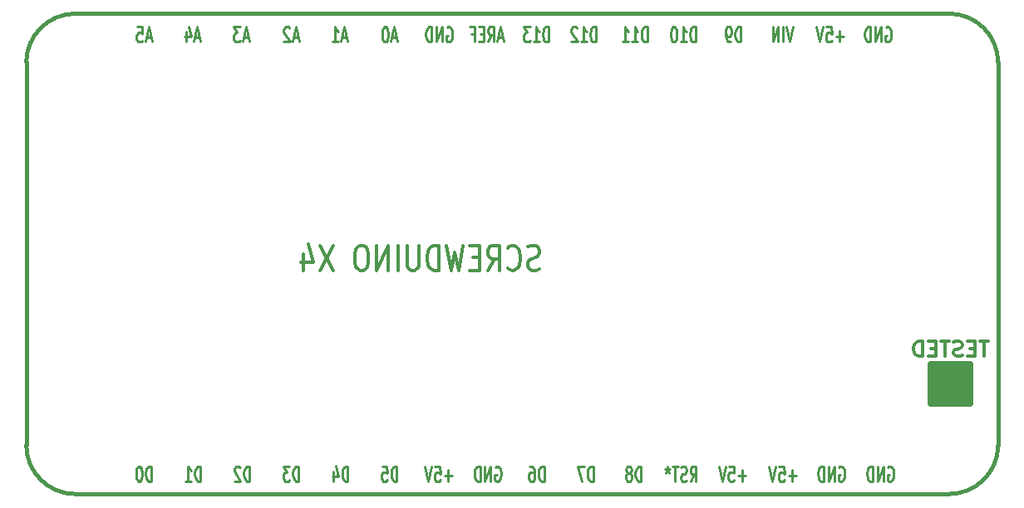
<source format=gbo>
G04 #@! TF.FileFunction,Legend,Bot*
%FSLAX46Y46*%
G04 Gerber Fmt 4.6, Leading zero omitted, Abs format (unit mm)*
G04 Created by KiCad (PCBNEW (after 2015-mar-04 BZR unknown)-product) date 7/16/2015 4:58:02 PM*
%MOMM*%
G01*
G04 APERTURE LIST*
%ADD10C,0.150000*%
%ADD11C,0.381000*%
%ADD12C,0.342900*%
%ADD13C,0.254000*%
%ADD14C,0.650000*%
%ADD15C,0.304800*%
G04 APERTURE END LIST*
D10*
D11*
X92474000Y-79340000D02*
X181474000Y-79340000D01*
X87474000Y-123340000D02*
X87474000Y-84340000D01*
X181474000Y-128340000D02*
X92474000Y-128340000D01*
X186474000Y-84340000D02*
X186474000Y-123340000D01*
X87474000Y-123340000D02*
G75*
G03X92474000Y-128340000I5000000J0D01*
G01*
X181474000Y-128340000D02*
G75*
G03X186474000Y-123340000I0J5000000D01*
G01*
X186474000Y-84340000D02*
G75*
G03X181474000Y-79340000I-5000000J0D01*
G01*
X92474000Y-79340000D02*
G75*
G03X87474000Y-84340000I0J-5000000D01*
G01*
D12*
X139730237Y-105422095D02*
X139439952Y-105543048D01*
X138956142Y-105543048D01*
X138762618Y-105422095D01*
X138665856Y-105301143D01*
X138569095Y-105059238D01*
X138569095Y-104817333D01*
X138665856Y-104575429D01*
X138762618Y-104454476D01*
X138956142Y-104333524D01*
X139343190Y-104212571D01*
X139536714Y-104091619D01*
X139633475Y-103970667D01*
X139730237Y-103728762D01*
X139730237Y-103486857D01*
X139633475Y-103244952D01*
X139536714Y-103124000D01*
X139343190Y-103003048D01*
X138859380Y-103003048D01*
X138569095Y-103124000D01*
X136537095Y-105301143D02*
X136633857Y-105422095D01*
X136924142Y-105543048D01*
X137117666Y-105543048D01*
X137407952Y-105422095D01*
X137601476Y-105180190D01*
X137698237Y-104938286D01*
X137794999Y-104454476D01*
X137794999Y-104091619D01*
X137698237Y-103607810D01*
X137601476Y-103365905D01*
X137407952Y-103124000D01*
X137117666Y-103003048D01*
X136924142Y-103003048D01*
X136633857Y-103124000D01*
X136537095Y-103244952D01*
X134505095Y-105543048D02*
X135182428Y-104333524D01*
X135666237Y-105543048D02*
X135666237Y-103003048D01*
X134892142Y-103003048D01*
X134698618Y-103124000D01*
X134601857Y-103244952D01*
X134505095Y-103486857D01*
X134505095Y-103849714D01*
X134601857Y-104091619D01*
X134698618Y-104212571D01*
X134892142Y-104333524D01*
X135666237Y-104333524D01*
X133634237Y-104212571D02*
X132956904Y-104212571D01*
X132666618Y-105543048D02*
X133634237Y-105543048D01*
X133634237Y-103003048D01*
X132666618Y-103003048D01*
X131989285Y-103003048D02*
X131505476Y-105543048D01*
X131118428Y-103728762D01*
X130731381Y-105543048D01*
X130247571Y-103003048D01*
X129473475Y-105543048D02*
X129473475Y-103003048D01*
X128989666Y-103003048D01*
X128699380Y-103124000D01*
X128505856Y-103365905D01*
X128409095Y-103607810D01*
X128312333Y-104091619D01*
X128312333Y-104454476D01*
X128409095Y-104938286D01*
X128505856Y-105180190D01*
X128699380Y-105422095D01*
X128989666Y-105543048D01*
X129473475Y-105543048D01*
X127441475Y-103003048D02*
X127441475Y-105059238D01*
X127344714Y-105301143D01*
X127247952Y-105422095D01*
X127054428Y-105543048D01*
X126667380Y-105543048D01*
X126473856Y-105422095D01*
X126377095Y-105301143D01*
X126280333Y-105059238D01*
X126280333Y-103003048D01*
X125312713Y-105543048D02*
X125312713Y-103003048D01*
X124345094Y-105543048D02*
X124345094Y-103003048D01*
X123183952Y-105543048D01*
X123183952Y-103003048D01*
X121829285Y-103003048D02*
X121442237Y-103003048D01*
X121248713Y-103124000D01*
X121055190Y-103365905D01*
X120958428Y-103849714D01*
X120958428Y-104696381D01*
X121055190Y-105180190D01*
X121248713Y-105422095D01*
X121442237Y-105543048D01*
X121829285Y-105543048D01*
X122022809Y-105422095D01*
X122216332Y-105180190D01*
X122313094Y-104696381D01*
X122313094Y-103849714D01*
X122216332Y-103365905D01*
X122022809Y-103124000D01*
X121829285Y-103003048D01*
X118732904Y-103003048D02*
X117378238Y-105543048D01*
X117378238Y-103003048D02*
X118732904Y-105543048D01*
X115733285Y-103849714D02*
X115733285Y-105543048D01*
X116217095Y-102882095D02*
X116700904Y-104696381D01*
X115443000Y-104696381D01*
D13*
X175018095Y-80772000D02*
X175114857Y-80699429D01*
X175260000Y-80699429D01*
X175405142Y-80772000D01*
X175501904Y-80917143D01*
X175550285Y-81062286D01*
X175598666Y-81352571D01*
X175598666Y-81570286D01*
X175550285Y-81860571D01*
X175501904Y-82005714D01*
X175405142Y-82150857D01*
X175260000Y-82223429D01*
X175163238Y-82223429D01*
X175018095Y-82150857D01*
X174969714Y-82078286D01*
X174969714Y-81570286D01*
X175163238Y-81570286D01*
X174534285Y-82223429D02*
X174534285Y-80699429D01*
X173953714Y-82223429D01*
X173953714Y-80699429D01*
X173469904Y-82223429D02*
X173469904Y-80699429D01*
X173227999Y-80699429D01*
X173082857Y-80772000D01*
X172986095Y-80917143D01*
X172937714Y-81062286D01*
X172889333Y-81352571D01*
X172889333Y-81570286D01*
X172937714Y-81860571D01*
X172986095Y-82005714D01*
X173082857Y-82150857D01*
X173227999Y-82223429D01*
X173469904Y-82223429D01*
X170724285Y-81642857D02*
X169950190Y-81642857D01*
X170337238Y-82223429D02*
X170337238Y-81062286D01*
X168982571Y-80699429D02*
X169466380Y-80699429D01*
X169514761Y-81425143D01*
X169466380Y-81352571D01*
X169369618Y-81280000D01*
X169127714Y-81280000D01*
X169030952Y-81352571D01*
X168982571Y-81425143D01*
X168934190Y-81570286D01*
X168934190Y-81933143D01*
X168982571Y-82078286D01*
X169030952Y-82150857D01*
X169127714Y-82223429D01*
X169369618Y-82223429D01*
X169466380Y-82150857D01*
X169514761Y-82078286D01*
X168643904Y-80699429D02*
X168305237Y-82223429D01*
X167966571Y-80699429D01*
X165577762Y-80699429D02*
X165239095Y-82223429D01*
X164900429Y-80699429D01*
X164561762Y-82223429D02*
X164561762Y-80699429D01*
X164077952Y-82223429D02*
X164077952Y-80699429D01*
X163497381Y-82223429D01*
X163497381Y-80699429D01*
X160261904Y-82223429D02*
X160261904Y-80699429D01*
X160019999Y-80699429D01*
X159874857Y-80772000D01*
X159778095Y-80917143D01*
X159729714Y-81062286D01*
X159681333Y-81352571D01*
X159681333Y-81570286D01*
X159729714Y-81860571D01*
X159778095Y-82005714D01*
X159874857Y-82150857D01*
X160019999Y-82223429D01*
X160261904Y-82223429D01*
X159197523Y-82223429D02*
X159003999Y-82223429D01*
X158907238Y-82150857D01*
X158858857Y-82078286D01*
X158762095Y-81860571D01*
X158713714Y-81570286D01*
X158713714Y-80989714D01*
X158762095Y-80844571D01*
X158810476Y-80772000D01*
X158907238Y-80699429D01*
X159100761Y-80699429D01*
X159197523Y-80772000D01*
X159245904Y-80844571D01*
X159294285Y-80989714D01*
X159294285Y-81352571D01*
X159245904Y-81497714D01*
X159197523Y-81570286D01*
X159100761Y-81642857D01*
X158907238Y-81642857D01*
X158810476Y-81570286D01*
X158762095Y-81497714D01*
X158713714Y-81352571D01*
X155665714Y-82223429D02*
X155665714Y-80699429D01*
X155423809Y-80699429D01*
X155278667Y-80772000D01*
X155181905Y-80917143D01*
X155133524Y-81062286D01*
X155085143Y-81352571D01*
X155085143Y-81570286D01*
X155133524Y-81860571D01*
X155181905Y-82005714D01*
X155278667Y-82150857D01*
X155423809Y-82223429D01*
X155665714Y-82223429D01*
X154117524Y-82223429D02*
X154698095Y-82223429D01*
X154407809Y-82223429D02*
X154407809Y-80699429D01*
X154504571Y-80917143D01*
X154601333Y-81062286D01*
X154698095Y-81134857D01*
X153488571Y-80699429D02*
X153391810Y-80699429D01*
X153295048Y-80772000D01*
X153246667Y-80844571D01*
X153198286Y-80989714D01*
X153149905Y-81280000D01*
X153149905Y-81642857D01*
X153198286Y-81933143D01*
X153246667Y-82078286D01*
X153295048Y-82150857D01*
X153391810Y-82223429D01*
X153488571Y-82223429D01*
X153585333Y-82150857D01*
X153633714Y-82078286D01*
X153682095Y-81933143D01*
X153730476Y-81642857D01*
X153730476Y-81280000D01*
X153682095Y-80989714D01*
X153633714Y-80844571D01*
X153585333Y-80772000D01*
X153488571Y-80699429D01*
X150712714Y-82223429D02*
X150712714Y-80699429D01*
X150470809Y-80699429D01*
X150325667Y-80772000D01*
X150228905Y-80917143D01*
X150180524Y-81062286D01*
X150132143Y-81352571D01*
X150132143Y-81570286D01*
X150180524Y-81860571D01*
X150228905Y-82005714D01*
X150325667Y-82150857D01*
X150470809Y-82223429D01*
X150712714Y-82223429D01*
X149164524Y-82223429D02*
X149745095Y-82223429D01*
X149454809Y-82223429D02*
X149454809Y-80699429D01*
X149551571Y-80917143D01*
X149648333Y-81062286D01*
X149745095Y-81134857D01*
X148196905Y-82223429D02*
X148777476Y-82223429D01*
X148487190Y-82223429D02*
X148487190Y-80699429D01*
X148583952Y-80917143D01*
X148680714Y-81062286D01*
X148777476Y-81134857D01*
X145505714Y-82223429D02*
X145505714Y-80699429D01*
X145263809Y-80699429D01*
X145118667Y-80772000D01*
X145021905Y-80917143D01*
X144973524Y-81062286D01*
X144925143Y-81352571D01*
X144925143Y-81570286D01*
X144973524Y-81860571D01*
X145021905Y-82005714D01*
X145118667Y-82150857D01*
X145263809Y-82223429D01*
X145505714Y-82223429D01*
X143957524Y-82223429D02*
X144538095Y-82223429D01*
X144247809Y-82223429D02*
X144247809Y-80699429D01*
X144344571Y-80917143D01*
X144441333Y-81062286D01*
X144538095Y-81134857D01*
X143570476Y-80844571D02*
X143522095Y-80772000D01*
X143425333Y-80699429D01*
X143183429Y-80699429D01*
X143086667Y-80772000D01*
X143038286Y-80844571D01*
X142989905Y-80989714D01*
X142989905Y-81134857D01*
X143038286Y-81352571D01*
X143618857Y-82223429D01*
X142989905Y-82223429D01*
X140679714Y-82223429D02*
X140679714Y-80699429D01*
X140437809Y-80699429D01*
X140292667Y-80772000D01*
X140195905Y-80917143D01*
X140147524Y-81062286D01*
X140099143Y-81352571D01*
X140099143Y-81570286D01*
X140147524Y-81860571D01*
X140195905Y-82005714D01*
X140292667Y-82150857D01*
X140437809Y-82223429D01*
X140679714Y-82223429D01*
X139131524Y-82223429D02*
X139712095Y-82223429D01*
X139421809Y-82223429D02*
X139421809Y-80699429D01*
X139518571Y-80917143D01*
X139615333Y-81062286D01*
X139712095Y-81134857D01*
X138792857Y-80699429D02*
X138163905Y-80699429D01*
X138502571Y-81280000D01*
X138357429Y-81280000D01*
X138260667Y-81352571D01*
X138212286Y-81425143D01*
X138163905Y-81570286D01*
X138163905Y-81933143D01*
X138212286Y-82078286D01*
X138260667Y-82150857D01*
X138357429Y-82223429D01*
X138647714Y-82223429D01*
X138744476Y-82150857D01*
X138792857Y-82078286D01*
X136010952Y-81788000D02*
X135527143Y-81788000D01*
X136107714Y-82223429D02*
X135769047Y-80699429D01*
X135430381Y-82223429D01*
X134511143Y-82223429D02*
X134849809Y-81497714D01*
X135091714Y-82223429D02*
X135091714Y-80699429D01*
X134704667Y-80699429D01*
X134607905Y-80772000D01*
X134559524Y-80844571D01*
X134511143Y-80989714D01*
X134511143Y-81207429D01*
X134559524Y-81352571D01*
X134607905Y-81425143D01*
X134704667Y-81497714D01*
X135091714Y-81497714D01*
X134075714Y-81425143D02*
X133737048Y-81425143D01*
X133591905Y-82223429D02*
X134075714Y-82223429D01*
X134075714Y-80699429D01*
X133591905Y-80699429D01*
X132817810Y-81425143D02*
X133156476Y-81425143D01*
X133156476Y-82223429D02*
X133156476Y-80699429D01*
X132672667Y-80699429D01*
X130314095Y-80772000D02*
X130410857Y-80699429D01*
X130556000Y-80699429D01*
X130701142Y-80772000D01*
X130797904Y-80917143D01*
X130846285Y-81062286D01*
X130894666Y-81352571D01*
X130894666Y-81570286D01*
X130846285Y-81860571D01*
X130797904Y-82005714D01*
X130701142Y-82150857D01*
X130556000Y-82223429D01*
X130459238Y-82223429D01*
X130314095Y-82150857D01*
X130265714Y-82078286D01*
X130265714Y-81570286D01*
X130459238Y-81570286D01*
X129830285Y-82223429D02*
X129830285Y-80699429D01*
X129249714Y-82223429D01*
X129249714Y-80699429D01*
X128765904Y-82223429D02*
X128765904Y-80699429D01*
X128523999Y-80699429D01*
X128378857Y-80772000D01*
X128282095Y-80917143D01*
X128233714Y-81062286D01*
X128185333Y-81352571D01*
X128185333Y-81570286D01*
X128233714Y-81860571D01*
X128282095Y-82005714D01*
X128378857Y-82150857D01*
X128523999Y-82223429D01*
X128765904Y-82223429D01*
X125185714Y-81788000D02*
X124701905Y-81788000D01*
X125282476Y-82223429D02*
X124943809Y-80699429D01*
X124605143Y-82223429D01*
X124072952Y-80699429D02*
X123976191Y-80699429D01*
X123879429Y-80772000D01*
X123831048Y-80844571D01*
X123782667Y-80989714D01*
X123734286Y-81280000D01*
X123734286Y-81642857D01*
X123782667Y-81933143D01*
X123831048Y-82078286D01*
X123879429Y-82150857D01*
X123976191Y-82223429D01*
X124072952Y-82223429D01*
X124169714Y-82150857D01*
X124218095Y-82078286D01*
X124266476Y-81933143D01*
X124314857Y-81642857D01*
X124314857Y-81280000D01*
X124266476Y-80989714D01*
X124218095Y-80844571D01*
X124169714Y-80772000D01*
X124072952Y-80699429D01*
X120105714Y-81788000D02*
X119621905Y-81788000D01*
X120202476Y-82223429D02*
X119863809Y-80699429D01*
X119525143Y-82223429D01*
X118654286Y-82223429D02*
X119234857Y-82223429D01*
X118944571Y-82223429D02*
X118944571Y-80699429D01*
X119041333Y-80917143D01*
X119138095Y-81062286D01*
X119234857Y-81134857D01*
X115152714Y-81788000D02*
X114668905Y-81788000D01*
X115249476Y-82223429D02*
X114910809Y-80699429D01*
X114572143Y-82223429D01*
X114281857Y-80844571D02*
X114233476Y-80772000D01*
X114136714Y-80699429D01*
X113894810Y-80699429D01*
X113798048Y-80772000D01*
X113749667Y-80844571D01*
X113701286Y-80989714D01*
X113701286Y-81134857D01*
X113749667Y-81352571D01*
X114330238Y-82223429D01*
X113701286Y-82223429D01*
X110072714Y-81788000D02*
X109588905Y-81788000D01*
X110169476Y-82223429D02*
X109830809Y-80699429D01*
X109492143Y-82223429D01*
X109250238Y-80699429D02*
X108621286Y-80699429D01*
X108959952Y-81280000D01*
X108814810Y-81280000D01*
X108718048Y-81352571D01*
X108669667Y-81425143D01*
X108621286Y-81570286D01*
X108621286Y-81933143D01*
X108669667Y-82078286D01*
X108718048Y-82150857D01*
X108814810Y-82223429D01*
X109105095Y-82223429D01*
X109201857Y-82150857D01*
X109250238Y-82078286D01*
X105119714Y-81788000D02*
X104635905Y-81788000D01*
X105216476Y-82223429D02*
X104877809Y-80699429D01*
X104539143Y-82223429D01*
X103765048Y-81207429D02*
X103765048Y-82223429D01*
X104006952Y-80626857D02*
X104248857Y-81715429D01*
X103619905Y-81715429D01*
X100166714Y-81788000D02*
X99682905Y-81788000D01*
X100263476Y-82223429D02*
X99924809Y-80699429D01*
X99586143Y-82223429D01*
X98763667Y-80699429D02*
X99247476Y-80699429D01*
X99295857Y-81425143D01*
X99247476Y-81352571D01*
X99150714Y-81280000D01*
X98908810Y-81280000D01*
X98812048Y-81352571D01*
X98763667Y-81425143D01*
X98715286Y-81570286D01*
X98715286Y-81933143D01*
X98763667Y-82078286D01*
X98812048Y-82150857D01*
X98908810Y-82223429D01*
X99150714Y-82223429D01*
X99247476Y-82150857D01*
X99295857Y-82078286D01*
X175248095Y-125578000D02*
X175344857Y-125505429D01*
X175490000Y-125505429D01*
X175635142Y-125578000D01*
X175731904Y-125723143D01*
X175780285Y-125868286D01*
X175828666Y-126158571D01*
X175828666Y-126376286D01*
X175780285Y-126666571D01*
X175731904Y-126811714D01*
X175635142Y-126956857D01*
X175490000Y-127029429D01*
X175393238Y-127029429D01*
X175248095Y-126956857D01*
X175199714Y-126884286D01*
X175199714Y-126376286D01*
X175393238Y-126376286D01*
X174764285Y-127029429D02*
X174764285Y-125505429D01*
X174183714Y-127029429D01*
X174183714Y-125505429D01*
X173699904Y-127029429D02*
X173699904Y-125505429D01*
X173457999Y-125505429D01*
X173312857Y-125578000D01*
X173216095Y-125723143D01*
X173167714Y-125868286D01*
X173119333Y-126158571D01*
X173119333Y-126376286D01*
X173167714Y-126666571D01*
X173216095Y-126811714D01*
X173312857Y-126956857D01*
X173457999Y-127029429D01*
X173699904Y-127029429D01*
X170248095Y-125578000D02*
X170344857Y-125505429D01*
X170490000Y-125505429D01*
X170635142Y-125578000D01*
X170731904Y-125723143D01*
X170780285Y-125868286D01*
X170828666Y-126158571D01*
X170828666Y-126376286D01*
X170780285Y-126666571D01*
X170731904Y-126811714D01*
X170635142Y-126956857D01*
X170490000Y-127029429D01*
X170393238Y-127029429D01*
X170248095Y-126956857D01*
X170199714Y-126884286D01*
X170199714Y-126376286D01*
X170393238Y-126376286D01*
X169764285Y-127029429D02*
X169764285Y-125505429D01*
X169183714Y-127029429D01*
X169183714Y-125505429D01*
X168699904Y-127029429D02*
X168699904Y-125505429D01*
X168457999Y-125505429D01*
X168312857Y-125578000D01*
X168216095Y-125723143D01*
X168167714Y-125868286D01*
X168119333Y-126158571D01*
X168119333Y-126376286D01*
X168167714Y-126666571D01*
X168216095Y-126811714D01*
X168312857Y-126956857D01*
X168457999Y-127029429D01*
X168699904Y-127029429D01*
X165898285Y-126473857D02*
X165124190Y-126473857D01*
X165511238Y-127054429D02*
X165511238Y-125893286D01*
X164156571Y-125530429D02*
X164640380Y-125530429D01*
X164688761Y-126256143D01*
X164640380Y-126183571D01*
X164543618Y-126111000D01*
X164301714Y-126111000D01*
X164204952Y-126183571D01*
X164156571Y-126256143D01*
X164108190Y-126401286D01*
X164108190Y-126764143D01*
X164156571Y-126909286D01*
X164204952Y-126981857D01*
X164301714Y-127054429D01*
X164543618Y-127054429D01*
X164640380Y-126981857D01*
X164688761Y-126909286D01*
X163817904Y-125530429D02*
X163479237Y-127054429D01*
X163140571Y-125530429D01*
X160780285Y-126448857D02*
X160006190Y-126448857D01*
X160393238Y-127029429D02*
X160393238Y-125868286D01*
X159038571Y-125505429D02*
X159522380Y-125505429D01*
X159570761Y-126231143D01*
X159522380Y-126158571D01*
X159425618Y-126086000D01*
X159183714Y-126086000D01*
X159086952Y-126158571D01*
X159038571Y-126231143D01*
X158990190Y-126376286D01*
X158990190Y-126739143D01*
X159038571Y-126884286D01*
X159086952Y-126956857D01*
X159183714Y-127029429D01*
X159425618Y-127029429D01*
X159522380Y-126956857D01*
X159570761Y-126884286D01*
X158699904Y-125505429D02*
X158361237Y-127029429D01*
X158022571Y-125505429D01*
X155121428Y-127054429D02*
X155460094Y-126328714D01*
X155701999Y-127054429D02*
X155701999Y-125530429D01*
X155314952Y-125530429D01*
X155218190Y-125603000D01*
X155169809Y-125675571D01*
X155121428Y-125820714D01*
X155121428Y-126038429D01*
X155169809Y-126183571D01*
X155218190Y-126256143D01*
X155314952Y-126328714D01*
X155701999Y-126328714D01*
X154734380Y-126981857D02*
X154589237Y-127054429D01*
X154347333Y-127054429D01*
X154250571Y-126981857D01*
X154202190Y-126909286D01*
X154153809Y-126764143D01*
X154153809Y-126619000D01*
X154202190Y-126473857D01*
X154250571Y-126401286D01*
X154347333Y-126328714D01*
X154540856Y-126256143D01*
X154637618Y-126183571D01*
X154685999Y-126111000D01*
X154734380Y-125965857D01*
X154734380Y-125820714D01*
X154685999Y-125675571D01*
X154637618Y-125603000D01*
X154540856Y-125530429D01*
X154298952Y-125530429D01*
X154153809Y-125603000D01*
X153863523Y-125530429D02*
X153282952Y-125530429D01*
X153573237Y-127054429D02*
X153573237Y-125530429D01*
X152799142Y-125530429D02*
X152799142Y-125893286D01*
X153041047Y-125748143D02*
X152799142Y-125893286D01*
X152557238Y-125748143D01*
X152944285Y-126183571D02*
X152799142Y-125893286D01*
X152654000Y-126183571D01*
X150101904Y-127054429D02*
X150101904Y-125530429D01*
X149859999Y-125530429D01*
X149714857Y-125603000D01*
X149618095Y-125748143D01*
X149569714Y-125893286D01*
X149521333Y-126183571D01*
X149521333Y-126401286D01*
X149569714Y-126691571D01*
X149618095Y-126836714D01*
X149714857Y-126981857D01*
X149859999Y-127054429D01*
X150101904Y-127054429D01*
X148940761Y-126183571D02*
X149037523Y-126111000D01*
X149085904Y-126038429D01*
X149134285Y-125893286D01*
X149134285Y-125820714D01*
X149085904Y-125675571D01*
X149037523Y-125603000D01*
X148940761Y-125530429D01*
X148747238Y-125530429D01*
X148650476Y-125603000D01*
X148602095Y-125675571D01*
X148553714Y-125820714D01*
X148553714Y-125893286D01*
X148602095Y-126038429D01*
X148650476Y-126111000D01*
X148747238Y-126183571D01*
X148940761Y-126183571D01*
X149037523Y-126256143D01*
X149085904Y-126328714D01*
X149134285Y-126473857D01*
X149134285Y-126764143D01*
X149085904Y-126909286D01*
X149037523Y-126981857D01*
X148940761Y-127054429D01*
X148747238Y-127054429D01*
X148650476Y-126981857D01*
X148602095Y-126909286D01*
X148553714Y-126764143D01*
X148553714Y-126473857D01*
X148602095Y-126328714D01*
X148650476Y-126256143D01*
X148747238Y-126183571D01*
X145223904Y-127029429D02*
X145223904Y-125505429D01*
X144981999Y-125505429D01*
X144836857Y-125578000D01*
X144740095Y-125723143D01*
X144691714Y-125868286D01*
X144643333Y-126158571D01*
X144643333Y-126376286D01*
X144691714Y-126666571D01*
X144740095Y-126811714D01*
X144836857Y-126956857D01*
X144981999Y-127029429D01*
X145223904Y-127029429D01*
X144304666Y-125505429D02*
X143627333Y-125505429D01*
X144062761Y-127029429D01*
X140223904Y-127029429D02*
X140223904Y-125505429D01*
X139981999Y-125505429D01*
X139836857Y-125578000D01*
X139740095Y-125723143D01*
X139691714Y-125868286D01*
X139643333Y-126158571D01*
X139643333Y-126376286D01*
X139691714Y-126666571D01*
X139740095Y-126811714D01*
X139836857Y-126956857D01*
X139981999Y-127029429D01*
X140223904Y-127029429D01*
X138772476Y-125505429D02*
X138965999Y-125505429D01*
X139062761Y-125578000D01*
X139111142Y-125650571D01*
X139207904Y-125868286D01*
X139256285Y-126158571D01*
X139256285Y-126739143D01*
X139207904Y-126884286D01*
X139159523Y-126956857D01*
X139062761Y-127029429D01*
X138869238Y-127029429D01*
X138772476Y-126956857D01*
X138724095Y-126884286D01*
X138675714Y-126739143D01*
X138675714Y-126376286D01*
X138724095Y-126231143D01*
X138772476Y-126158571D01*
X138869238Y-126086000D01*
X139062761Y-126086000D01*
X139159523Y-126158571D01*
X139207904Y-126231143D01*
X139256285Y-126376286D01*
X135248095Y-125578000D02*
X135344857Y-125505429D01*
X135490000Y-125505429D01*
X135635142Y-125578000D01*
X135731904Y-125723143D01*
X135780285Y-125868286D01*
X135828666Y-126158571D01*
X135828666Y-126376286D01*
X135780285Y-126666571D01*
X135731904Y-126811714D01*
X135635142Y-126956857D01*
X135490000Y-127029429D01*
X135393238Y-127029429D01*
X135248095Y-126956857D01*
X135199714Y-126884286D01*
X135199714Y-126376286D01*
X135393238Y-126376286D01*
X134764285Y-127029429D02*
X134764285Y-125505429D01*
X134183714Y-127029429D01*
X134183714Y-125505429D01*
X133699904Y-127029429D02*
X133699904Y-125505429D01*
X133457999Y-125505429D01*
X133312857Y-125578000D01*
X133216095Y-125723143D01*
X133167714Y-125868286D01*
X133119333Y-126158571D01*
X133119333Y-126376286D01*
X133167714Y-126666571D01*
X133216095Y-126811714D01*
X133312857Y-126956857D01*
X133457999Y-127029429D01*
X133699904Y-127029429D01*
X130846285Y-126473857D02*
X130072190Y-126473857D01*
X130459238Y-127054429D02*
X130459238Y-125893286D01*
X129104571Y-125530429D02*
X129588380Y-125530429D01*
X129636761Y-126256143D01*
X129588380Y-126183571D01*
X129491618Y-126111000D01*
X129249714Y-126111000D01*
X129152952Y-126183571D01*
X129104571Y-126256143D01*
X129056190Y-126401286D01*
X129056190Y-126764143D01*
X129104571Y-126909286D01*
X129152952Y-126981857D01*
X129249714Y-127054429D01*
X129491618Y-127054429D01*
X129588380Y-126981857D01*
X129636761Y-126909286D01*
X128765904Y-125530429D02*
X128427237Y-127054429D01*
X128088571Y-125530429D01*
X125223904Y-127029429D02*
X125223904Y-125505429D01*
X124981999Y-125505429D01*
X124836857Y-125578000D01*
X124740095Y-125723143D01*
X124691714Y-125868286D01*
X124643333Y-126158571D01*
X124643333Y-126376286D01*
X124691714Y-126666571D01*
X124740095Y-126811714D01*
X124836857Y-126956857D01*
X124981999Y-127029429D01*
X125223904Y-127029429D01*
X123724095Y-125505429D02*
X124207904Y-125505429D01*
X124256285Y-126231143D01*
X124207904Y-126158571D01*
X124111142Y-126086000D01*
X123869238Y-126086000D01*
X123772476Y-126158571D01*
X123724095Y-126231143D01*
X123675714Y-126376286D01*
X123675714Y-126739143D01*
X123724095Y-126884286D01*
X123772476Y-126956857D01*
X123869238Y-127029429D01*
X124111142Y-127029429D01*
X124207904Y-126956857D01*
X124256285Y-126884286D01*
X120223904Y-127029429D02*
X120223904Y-125505429D01*
X119981999Y-125505429D01*
X119836857Y-125578000D01*
X119740095Y-125723143D01*
X119691714Y-125868286D01*
X119643333Y-126158571D01*
X119643333Y-126376286D01*
X119691714Y-126666571D01*
X119740095Y-126811714D01*
X119836857Y-126956857D01*
X119981999Y-127029429D01*
X120223904Y-127029429D01*
X118772476Y-126013429D02*
X118772476Y-127029429D01*
X119014380Y-125432857D02*
X119256285Y-126521429D01*
X118627333Y-126521429D01*
X115223904Y-127029429D02*
X115223904Y-125505429D01*
X114981999Y-125505429D01*
X114836857Y-125578000D01*
X114740095Y-125723143D01*
X114691714Y-125868286D01*
X114643333Y-126158571D01*
X114643333Y-126376286D01*
X114691714Y-126666571D01*
X114740095Y-126811714D01*
X114836857Y-126956857D01*
X114981999Y-127029429D01*
X115223904Y-127029429D01*
X114304666Y-125505429D02*
X113675714Y-125505429D01*
X114014380Y-126086000D01*
X113869238Y-126086000D01*
X113772476Y-126158571D01*
X113724095Y-126231143D01*
X113675714Y-126376286D01*
X113675714Y-126739143D01*
X113724095Y-126884286D01*
X113772476Y-126956857D01*
X113869238Y-127029429D01*
X114159523Y-127029429D01*
X114256285Y-126956857D01*
X114304666Y-126884286D01*
X110223904Y-127029429D02*
X110223904Y-125505429D01*
X109981999Y-125505429D01*
X109836857Y-125578000D01*
X109740095Y-125723143D01*
X109691714Y-125868286D01*
X109643333Y-126158571D01*
X109643333Y-126376286D01*
X109691714Y-126666571D01*
X109740095Y-126811714D01*
X109836857Y-126956857D01*
X109981999Y-127029429D01*
X110223904Y-127029429D01*
X109256285Y-125650571D02*
X109207904Y-125578000D01*
X109111142Y-125505429D01*
X108869238Y-125505429D01*
X108772476Y-125578000D01*
X108724095Y-125650571D01*
X108675714Y-125795714D01*
X108675714Y-125940857D01*
X108724095Y-126158571D01*
X109304666Y-127029429D01*
X108675714Y-127029429D01*
X105223904Y-127029429D02*
X105223904Y-125505429D01*
X104981999Y-125505429D01*
X104836857Y-125578000D01*
X104740095Y-125723143D01*
X104691714Y-125868286D01*
X104643333Y-126158571D01*
X104643333Y-126376286D01*
X104691714Y-126666571D01*
X104740095Y-126811714D01*
X104836857Y-126956857D01*
X104981999Y-127029429D01*
X105223904Y-127029429D01*
X103675714Y-127029429D02*
X104256285Y-127029429D01*
X103965999Y-127029429D02*
X103965999Y-125505429D01*
X104062761Y-125723143D01*
X104159523Y-125868286D01*
X104256285Y-125940857D01*
X100223904Y-127029429D02*
X100223904Y-125505429D01*
X99981999Y-125505429D01*
X99836857Y-125578000D01*
X99740095Y-125723143D01*
X99691714Y-125868286D01*
X99643333Y-126158571D01*
X99643333Y-126376286D01*
X99691714Y-126666571D01*
X99740095Y-126811714D01*
X99836857Y-126956857D01*
X99981999Y-127029429D01*
X100223904Y-127029429D01*
X99014380Y-125505429D02*
X98917619Y-125505429D01*
X98820857Y-125578000D01*
X98772476Y-125650571D01*
X98724095Y-125795714D01*
X98675714Y-126086000D01*
X98675714Y-126448857D01*
X98724095Y-126739143D01*
X98772476Y-126884286D01*
X98820857Y-126956857D01*
X98917619Y-127029429D01*
X99014380Y-127029429D01*
X99111142Y-126956857D01*
X99159523Y-126884286D01*
X99207904Y-126739143D01*
X99256285Y-126448857D01*
X99256285Y-126086000D01*
X99207904Y-125795714D01*
X99159523Y-125650571D01*
X99111142Y-125578000D01*
X99014380Y-125505429D01*
D14*
X179610000Y-115094000D02*
X183610000Y-115094000D01*
X183610000Y-115094000D02*
X183610000Y-119094000D01*
X183610000Y-119094000D02*
X179610000Y-119094000D01*
X179610000Y-119094000D02*
X179610000Y-115094000D01*
X179610000Y-115094000D02*
X179610000Y-115594000D01*
X179610000Y-115594000D02*
X183610000Y-115594000D01*
X183610000Y-115594000D02*
X183610000Y-116094000D01*
X183610000Y-116094000D02*
X179610000Y-116094000D01*
X179610000Y-116094000D02*
X179610000Y-116594000D01*
X179610000Y-116594000D02*
X183610000Y-116594000D01*
X183610000Y-116594000D02*
X183610000Y-117094000D01*
X183610000Y-117094000D02*
X179610000Y-117094000D01*
X179610000Y-117094000D02*
X179610000Y-117594000D01*
X179610000Y-117594000D02*
X183110000Y-117594000D01*
X183110000Y-117594000D02*
X183610000Y-117594000D01*
X183610000Y-117594000D02*
X183610000Y-118094000D01*
X183610000Y-118094000D02*
X179610000Y-118094000D01*
X179610000Y-118094000D02*
X179610000Y-118594000D01*
X179610000Y-118594000D02*
X183610000Y-118594000D01*
D15*
X185492571Y-112759429D02*
X184621714Y-112759429D01*
X185057143Y-114283429D02*
X185057143Y-112759429D01*
X184113714Y-113485143D02*
X183605714Y-113485143D01*
X183388000Y-114283429D02*
X184113714Y-114283429D01*
X184113714Y-112759429D01*
X183388000Y-112759429D01*
X182807428Y-114210857D02*
X182589714Y-114283429D01*
X182226857Y-114283429D01*
X182081714Y-114210857D01*
X182009143Y-114138286D01*
X181936571Y-113993143D01*
X181936571Y-113848000D01*
X182009143Y-113702857D01*
X182081714Y-113630286D01*
X182226857Y-113557714D01*
X182517143Y-113485143D01*
X182662285Y-113412571D01*
X182734857Y-113340000D01*
X182807428Y-113194857D01*
X182807428Y-113049714D01*
X182734857Y-112904571D01*
X182662285Y-112832000D01*
X182517143Y-112759429D01*
X182154285Y-112759429D01*
X181936571Y-112832000D01*
X181501142Y-112759429D02*
X180630285Y-112759429D01*
X181065714Y-114283429D02*
X181065714Y-112759429D01*
X180122285Y-113485143D02*
X179614285Y-113485143D01*
X179396571Y-114283429D02*
X180122285Y-114283429D01*
X180122285Y-112759429D01*
X179396571Y-112759429D01*
X178743428Y-114283429D02*
X178743428Y-112759429D01*
X178380571Y-112759429D01*
X178162856Y-112832000D01*
X178017714Y-112977143D01*
X177945142Y-113122286D01*
X177872571Y-113412571D01*
X177872571Y-113630286D01*
X177945142Y-113920571D01*
X178017714Y-114065714D01*
X178162856Y-114210857D01*
X178380571Y-114283429D01*
X178743428Y-114283429D01*
M02*

</source>
